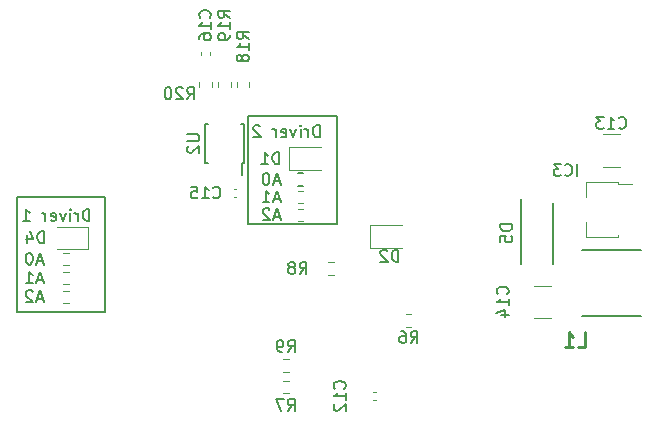
<source format=gbo>
%TF.GenerationSoftware,KiCad,Pcbnew,7.0.8*%
%TF.CreationDate,2023-10-15T14:34:45+03:00*%
%TF.ProjectId,ltp_kikad,6c74705f-6b69-46b6-9164-2e6b69636164,rev?*%
%TF.SameCoordinates,Original*%
%TF.FileFunction,Legend,Bot*%
%TF.FilePolarity,Positive*%
%FSLAX46Y46*%
G04 Gerber Fmt 4.6, Leading zero omitted, Abs format (unit mm)*
G04 Created by KiCad (PCBNEW 7.0.8) date 2023-10-15 14:34:45*
%MOMM*%
%LPD*%
G01*
G04 APERTURE LIST*
%ADD10C,0.150000*%
%ADD11C,0.254000*%
%ADD12C,0.120000*%
%ADD13C,0.127000*%
%ADD14C,0.200000*%
G04 APERTURE END LIST*
D10*
X148787000Y-83900000D02*
X156287000Y-83900000D01*
X156287000Y-93000000D01*
X148787000Y-93000000D01*
X148787000Y-83900000D01*
X129187000Y-90700000D02*
X136662000Y-90700000D01*
X136662000Y-100450000D01*
X129187000Y-100450000D01*
X129187000Y-90700000D01*
X154850220Y-85669819D02*
X154850220Y-84669819D01*
X154850220Y-84669819D02*
X154612125Y-84669819D01*
X154612125Y-84669819D02*
X154469268Y-84717438D01*
X154469268Y-84717438D02*
X154374030Y-84812676D01*
X154374030Y-84812676D02*
X154326411Y-84907914D01*
X154326411Y-84907914D02*
X154278792Y-85098390D01*
X154278792Y-85098390D02*
X154278792Y-85241247D01*
X154278792Y-85241247D02*
X154326411Y-85431723D01*
X154326411Y-85431723D02*
X154374030Y-85526961D01*
X154374030Y-85526961D02*
X154469268Y-85622200D01*
X154469268Y-85622200D02*
X154612125Y-85669819D01*
X154612125Y-85669819D02*
X154850220Y-85669819D01*
X153850220Y-85669819D02*
X153850220Y-85003152D01*
X153850220Y-85193628D02*
X153802601Y-85098390D01*
X153802601Y-85098390D02*
X153754982Y-85050771D01*
X153754982Y-85050771D02*
X153659744Y-85003152D01*
X153659744Y-85003152D02*
X153564506Y-85003152D01*
X153231172Y-85669819D02*
X153231172Y-85003152D01*
X153231172Y-84669819D02*
X153278791Y-84717438D01*
X153278791Y-84717438D02*
X153231172Y-84765057D01*
X153231172Y-84765057D02*
X153183553Y-84717438D01*
X153183553Y-84717438D02*
X153231172Y-84669819D01*
X153231172Y-84669819D02*
X153231172Y-84765057D01*
X152850220Y-85003152D02*
X152612125Y-85669819D01*
X152612125Y-85669819D02*
X152374030Y-85003152D01*
X151612125Y-85622200D02*
X151707363Y-85669819D01*
X151707363Y-85669819D02*
X151897839Y-85669819D01*
X151897839Y-85669819D02*
X151993077Y-85622200D01*
X151993077Y-85622200D02*
X152040696Y-85526961D01*
X152040696Y-85526961D02*
X152040696Y-85146009D01*
X152040696Y-85146009D02*
X151993077Y-85050771D01*
X151993077Y-85050771D02*
X151897839Y-85003152D01*
X151897839Y-85003152D02*
X151707363Y-85003152D01*
X151707363Y-85003152D02*
X151612125Y-85050771D01*
X151612125Y-85050771D02*
X151564506Y-85146009D01*
X151564506Y-85146009D02*
X151564506Y-85241247D01*
X151564506Y-85241247D02*
X152040696Y-85336485D01*
X151135934Y-85669819D02*
X151135934Y-85003152D01*
X151135934Y-85193628D02*
X151088315Y-85098390D01*
X151088315Y-85098390D02*
X151040696Y-85050771D01*
X151040696Y-85050771D02*
X150945458Y-85003152D01*
X150945458Y-85003152D02*
X150850220Y-85003152D01*
X149802600Y-84765057D02*
X149754981Y-84717438D01*
X149754981Y-84717438D02*
X149659743Y-84669819D01*
X149659743Y-84669819D02*
X149421648Y-84669819D01*
X149421648Y-84669819D02*
X149326410Y-84717438D01*
X149326410Y-84717438D02*
X149278791Y-84765057D01*
X149278791Y-84765057D02*
X149231172Y-84860295D01*
X149231172Y-84860295D02*
X149231172Y-84955533D01*
X149231172Y-84955533D02*
X149278791Y-85098390D01*
X149278791Y-85098390D02*
X149850219Y-85669819D01*
X149850219Y-85669819D02*
X149231172Y-85669819D01*
X135350220Y-92769819D02*
X135350220Y-91769819D01*
X135350220Y-91769819D02*
X135112125Y-91769819D01*
X135112125Y-91769819D02*
X134969268Y-91817438D01*
X134969268Y-91817438D02*
X134874030Y-91912676D01*
X134874030Y-91912676D02*
X134826411Y-92007914D01*
X134826411Y-92007914D02*
X134778792Y-92198390D01*
X134778792Y-92198390D02*
X134778792Y-92341247D01*
X134778792Y-92341247D02*
X134826411Y-92531723D01*
X134826411Y-92531723D02*
X134874030Y-92626961D01*
X134874030Y-92626961D02*
X134969268Y-92722200D01*
X134969268Y-92722200D02*
X135112125Y-92769819D01*
X135112125Y-92769819D02*
X135350220Y-92769819D01*
X134350220Y-92769819D02*
X134350220Y-92103152D01*
X134350220Y-92293628D02*
X134302601Y-92198390D01*
X134302601Y-92198390D02*
X134254982Y-92150771D01*
X134254982Y-92150771D02*
X134159744Y-92103152D01*
X134159744Y-92103152D02*
X134064506Y-92103152D01*
X133731172Y-92769819D02*
X133731172Y-92103152D01*
X133731172Y-91769819D02*
X133778791Y-91817438D01*
X133778791Y-91817438D02*
X133731172Y-91865057D01*
X133731172Y-91865057D02*
X133683553Y-91817438D01*
X133683553Y-91817438D02*
X133731172Y-91769819D01*
X133731172Y-91769819D02*
X133731172Y-91865057D01*
X133350220Y-92103152D02*
X133112125Y-92769819D01*
X133112125Y-92769819D02*
X132874030Y-92103152D01*
X132112125Y-92722200D02*
X132207363Y-92769819D01*
X132207363Y-92769819D02*
X132397839Y-92769819D01*
X132397839Y-92769819D02*
X132493077Y-92722200D01*
X132493077Y-92722200D02*
X132540696Y-92626961D01*
X132540696Y-92626961D02*
X132540696Y-92246009D01*
X132540696Y-92246009D02*
X132493077Y-92150771D01*
X132493077Y-92150771D02*
X132397839Y-92103152D01*
X132397839Y-92103152D02*
X132207363Y-92103152D01*
X132207363Y-92103152D02*
X132112125Y-92150771D01*
X132112125Y-92150771D02*
X132064506Y-92246009D01*
X132064506Y-92246009D02*
X132064506Y-92341247D01*
X132064506Y-92341247D02*
X132540696Y-92436485D01*
X131635934Y-92769819D02*
X131635934Y-92103152D01*
X131635934Y-92293628D02*
X131588315Y-92198390D01*
X131588315Y-92198390D02*
X131540696Y-92150771D01*
X131540696Y-92150771D02*
X131445458Y-92103152D01*
X131445458Y-92103152D02*
X131350220Y-92103152D01*
X129731172Y-92769819D02*
X130302600Y-92769819D01*
X130016886Y-92769819D02*
X130016886Y-91769819D01*
X130016886Y-91769819D02*
X130112124Y-91912676D01*
X130112124Y-91912676D02*
X130207362Y-92007914D01*
X130207362Y-92007914D02*
X130302600Y-92055533D01*
X176663189Y-88954819D02*
X176663189Y-87954819D01*
X175615571Y-88859580D02*
X175663190Y-88907200D01*
X175663190Y-88907200D02*
X175806047Y-88954819D01*
X175806047Y-88954819D02*
X175901285Y-88954819D01*
X175901285Y-88954819D02*
X176044142Y-88907200D01*
X176044142Y-88907200D02*
X176139380Y-88811961D01*
X176139380Y-88811961D02*
X176186999Y-88716723D01*
X176186999Y-88716723D02*
X176234618Y-88526247D01*
X176234618Y-88526247D02*
X176234618Y-88383390D01*
X176234618Y-88383390D02*
X176186999Y-88192914D01*
X176186999Y-88192914D02*
X176139380Y-88097676D01*
X176139380Y-88097676D02*
X176044142Y-88002438D01*
X176044142Y-88002438D02*
X175901285Y-87954819D01*
X175901285Y-87954819D02*
X175806047Y-87954819D01*
X175806047Y-87954819D02*
X175663190Y-88002438D01*
X175663190Y-88002438D02*
X175615571Y-88050057D01*
X175282237Y-87954819D02*
X174663190Y-87954819D01*
X174663190Y-87954819D02*
X174996523Y-88335771D01*
X174996523Y-88335771D02*
X174853666Y-88335771D01*
X174853666Y-88335771D02*
X174758428Y-88383390D01*
X174758428Y-88383390D02*
X174710809Y-88431009D01*
X174710809Y-88431009D02*
X174663190Y-88526247D01*
X174663190Y-88526247D02*
X174663190Y-88764342D01*
X174663190Y-88764342D02*
X174710809Y-88859580D01*
X174710809Y-88859580D02*
X174758428Y-88907200D01*
X174758428Y-88907200D02*
X174853666Y-88954819D01*
X174853666Y-88954819D02*
X175139380Y-88954819D01*
X175139380Y-88954819D02*
X175234618Y-88907200D01*
X175234618Y-88907200D02*
X175282237Y-88859580D01*
X151425094Y-87954819D02*
X151425094Y-86954819D01*
X151425094Y-86954819D02*
X151186999Y-86954819D01*
X151186999Y-86954819D02*
X151044142Y-87002438D01*
X151044142Y-87002438D02*
X150948904Y-87097676D01*
X150948904Y-87097676D02*
X150901285Y-87192914D01*
X150901285Y-87192914D02*
X150853666Y-87383390D01*
X150853666Y-87383390D02*
X150853666Y-87526247D01*
X150853666Y-87526247D02*
X150901285Y-87716723D01*
X150901285Y-87716723D02*
X150948904Y-87811961D01*
X150948904Y-87811961D02*
X151044142Y-87907200D01*
X151044142Y-87907200D02*
X151186999Y-87954819D01*
X151186999Y-87954819D02*
X151425094Y-87954819D01*
X149901285Y-87954819D02*
X150472713Y-87954819D01*
X150186999Y-87954819D02*
X150186999Y-86954819D01*
X150186999Y-86954819D02*
X150282237Y-87097676D01*
X150282237Y-87097676D02*
X150377475Y-87192914D01*
X150377475Y-87192914D02*
X150472713Y-87240533D01*
X161525094Y-96204819D02*
X161525094Y-95204819D01*
X161525094Y-95204819D02*
X161286999Y-95204819D01*
X161286999Y-95204819D02*
X161144142Y-95252438D01*
X161144142Y-95252438D02*
X161048904Y-95347676D01*
X161048904Y-95347676D02*
X161001285Y-95442914D01*
X161001285Y-95442914D02*
X160953666Y-95633390D01*
X160953666Y-95633390D02*
X160953666Y-95776247D01*
X160953666Y-95776247D02*
X161001285Y-95966723D01*
X161001285Y-95966723D02*
X161048904Y-96061961D01*
X161048904Y-96061961D02*
X161144142Y-96157200D01*
X161144142Y-96157200D02*
X161286999Y-96204819D01*
X161286999Y-96204819D02*
X161525094Y-96204819D01*
X160572713Y-95300057D02*
X160525094Y-95252438D01*
X160525094Y-95252438D02*
X160429856Y-95204819D01*
X160429856Y-95204819D02*
X160191761Y-95204819D01*
X160191761Y-95204819D02*
X160096523Y-95252438D01*
X160096523Y-95252438D02*
X160048904Y-95300057D01*
X160048904Y-95300057D02*
X160001285Y-95395295D01*
X160001285Y-95395295D02*
X160001285Y-95490533D01*
X160001285Y-95490533D02*
X160048904Y-95633390D01*
X160048904Y-95633390D02*
X160620332Y-96204819D01*
X160620332Y-96204819D02*
X160001285Y-96204819D01*
X143629857Y-82454819D02*
X143963190Y-81978628D01*
X144201285Y-82454819D02*
X144201285Y-81454819D01*
X144201285Y-81454819D02*
X143820333Y-81454819D01*
X143820333Y-81454819D02*
X143725095Y-81502438D01*
X143725095Y-81502438D02*
X143677476Y-81550057D01*
X143677476Y-81550057D02*
X143629857Y-81645295D01*
X143629857Y-81645295D02*
X143629857Y-81788152D01*
X143629857Y-81788152D02*
X143677476Y-81883390D01*
X143677476Y-81883390D02*
X143725095Y-81931009D01*
X143725095Y-81931009D02*
X143820333Y-81978628D01*
X143820333Y-81978628D02*
X144201285Y-81978628D01*
X143248904Y-81550057D02*
X143201285Y-81502438D01*
X143201285Y-81502438D02*
X143106047Y-81454819D01*
X143106047Y-81454819D02*
X142867952Y-81454819D01*
X142867952Y-81454819D02*
X142772714Y-81502438D01*
X142772714Y-81502438D02*
X142725095Y-81550057D01*
X142725095Y-81550057D02*
X142677476Y-81645295D01*
X142677476Y-81645295D02*
X142677476Y-81740533D01*
X142677476Y-81740533D02*
X142725095Y-81883390D01*
X142725095Y-81883390D02*
X143296523Y-82454819D01*
X143296523Y-82454819D02*
X142677476Y-82454819D01*
X142058428Y-81454819D02*
X141963190Y-81454819D01*
X141963190Y-81454819D02*
X141867952Y-81502438D01*
X141867952Y-81502438D02*
X141820333Y-81550057D01*
X141820333Y-81550057D02*
X141772714Y-81645295D01*
X141772714Y-81645295D02*
X141725095Y-81835771D01*
X141725095Y-81835771D02*
X141725095Y-82073866D01*
X141725095Y-82073866D02*
X141772714Y-82264342D01*
X141772714Y-82264342D02*
X141820333Y-82359580D01*
X141820333Y-82359580D02*
X141867952Y-82407200D01*
X141867952Y-82407200D02*
X141963190Y-82454819D01*
X141963190Y-82454819D02*
X142058428Y-82454819D01*
X142058428Y-82454819D02*
X142153666Y-82407200D01*
X142153666Y-82407200D02*
X142201285Y-82359580D01*
X142201285Y-82359580D02*
X142248904Y-82264342D01*
X142248904Y-82264342D02*
X142296523Y-82073866D01*
X142296523Y-82073866D02*
X142296523Y-81835771D01*
X142296523Y-81835771D02*
X142248904Y-81645295D01*
X142248904Y-81645295D02*
X142201285Y-81550057D01*
X142201285Y-81550057D02*
X142153666Y-81502438D01*
X142153666Y-81502438D02*
X142058428Y-81454819D01*
X170746580Y-98957142D02*
X170794200Y-98909523D01*
X170794200Y-98909523D02*
X170841819Y-98766666D01*
X170841819Y-98766666D02*
X170841819Y-98671428D01*
X170841819Y-98671428D02*
X170794200Y-98528571D01*
X170794200Y-98528571D02*
X170698961Y-98433333D01*
X170698961Y-98433333D02*
X170603723Y-98385714D01*
X170603723Y-98385714D02*
X170413247Y-98338095D01*
X170413247Y-98338095D02*
X170270390Y-98338095D01*
X170270390Y-98338095D02*
X170079914Y-98385714D01*
X170079914Y-98385714D02*
X169984676Y-98433333D01*
X169984676Y-98433333D02*
X169889438Y-98528571D01*
X169889438Y-98528571D02*
X169841819Y-98671428D01*
X169841819Y-98671428D02*
X169841819Y-98766666D01*
X169841819Y-98766666D02*
X169889438Y-98909523D01*
X169889438Y-98909523D02*
X169937057Y-98957142D01*
X170841819Y-99909523D02*
X170841819Y-99338095D01*
X170841819Y-99623809D02*
X169841819Y-99623809D01*
X169841819Y-99623809D02*
X169984676Y-99528571D01*
X169984676Y-99528571D02*
X170079914Y-99433333D01*
X170079914Y-99433333D02*
X170127533Y-99338095D01*
X170175152Y-100766666D02*
X170841819Y-100766666D01*
X169794200Y-100528571D02*
X170508485Y-100290476D01*
X170508485Y-100290476D02*
X170508485Y-100909523D01*
X180192357Y-84859580D02*
X180239976Y-84907200D01*
X180239976Y-84907200D02*
X180382833Y-84954819D01*
X180382833Y-84954819D02*
X180478071Y-84954819D01*
X180478071Y-84954819D02*
X180620928Y-84907200D01*
X180620928Y-84907200D02*
X180716166Y-84811961D01*
X180716166Y-84811961D02*
X180763785Y-84716723D01*
X180763785Y-84716723D02*
X180811404Y-84526247D01*
X180811404Y-84526247D02*
X180811404Y-84383390D01*
X180811404Y-84383390D02*
X180763785Y-84192914D01*
X180763785Y-84192914D02*
X180716166Y-84097676D01*
X180716166Y-84097676D02*
X180620928Y-84002438D01*
X180620928Y-84002438D02*
X180478071Y-83954819D01*
X180478071Y-83954819D02*
X180382833Y-83954819D01*
X180382833Y-83954819D02*
X180239976Y-84002438D01*
X180239976Y-84002438D02*
X180192357Y-84050057D01*
X179239976Y-84954819D02*
X179811404Y-84954819D01*
X179525690Y-84954819D02*
X179525690Y-83954819D01*
X179525690Y-83954819D02*
X179620928Y-84097676D01*
X179620928Y-84097676D02*
X179716166Y-84192914D01*
X179716166Y-84192914D02*
X179811404Y-84240533D01*
X178906642Y-83954819D02*
X178287595Y-83954819D01*
X178287595Y-83954819D02*
X178620928Y-84335771D01*
X178620928Y-84335771D02*
X178478071Y-84335771D01*
X178478071Y-84335771D02*
X178382833Y-84383390D01*
X178382833Y-84383390D02*
X178335214Y-84431009D01*
X178335214Y-84431009D02*
X178287595Y-84526247D01*
X178287595Y-84526247D02*
X178287595Y-84764342D01*
X178287595Y-84764342D02*
X178335214Y-84859580D01*
X178335214Y-84859580D02*
X178382833Y-84907200D01*
X178382833Y-84907200D02*
X178478071Y-84954819D01*
X178478071Y-84954819D02*
X178763785Y-84954819D01*
X178763785Y-84954819D02*
X178859023Y-84907200D01*
X178859023Y-84907200D02*
X178906642Y-84859580D01*
X131401285Y-99369104D02*
X130925095Y-99369104D01*
X131496523Y-99654819D02*
X131163190Y-98654819D01*
X131163190Y-98654819D02*
X130829857Y-99654819D01*
X130544142Y-98750057D02*
X130496523Y-98702438D01*
X130496523Y-98702438D02*
X130401285Y-98654819D01*
X130401285Y-98654819D02*
X130163190Y-98654819D01*
X130163190Y-98654819D02*
X130067952Y-98702438D01*
X130067952Y-98702438D02*
X130020333Y-98750057D01*
X130020333Y-98750057D02*
X129972714Y-98845295D01*
X129972714Y-98845295D02*
X129972714Y-98940533D01*
X129972714Y-98940533D02*
X130020333Y-99083390D01*
X130020333Y-99083390D02*
X130591761Y-99654819D01*
X130591761Y-99654819D02*
X129972714Y-99654819D01*
D11*
X176698666Y-103474318D02*
X177303428Y-103474318D01*
X177303428Y-103474318D02*
X177303428Y-102204318D01*
X175610094Y-103474318D02*
X176335809Y-103474318D01*
X175972952Y-103474318D02*
X175972952Y-102204318D01*
X175972952Y-102204318D02*
X176093904Y-102385746D01*
X176093904Y-102385746D02*
X176214856Y-102506699D01*
X176214856Y-102506699D02*
X176335809Y-102567175D01*
D10*
X151451285Y-92419104D02*
X150975095Y-92419104D01*
X151546523Y-92704819D02*
X151213190Y-91704819D01*
X151213190Y-91704819D02*
X150879857Y-92704819D01*
X150594142Y-91800057D02*
X150546523Y-91752438D01*
X150546523Y-91752438D02*
X150451285Y-91704819D01*
X150451285Y-91704819D02*
X150213190Y-91704819D01*
X150213190Y-91704819D02*
X150117952Y-91752438D01*
X150117952Y-91752438D02*
X150070333Y-91800057D01*
X150070333Y-91800057D02*
X150022714Y-91895295D01*
X150022714Y-91895295D02*
X150022714Y-91990533D01*
X150022714Y-91990533D02*
X150070333Y-92133390D01*
X150070333Y-92133390D02*
X150641761Y-92704819D01*
X150641761Y-92704819D02*
X150022714Y-92704819D01*
X147241819Y-75557142D02*
X146765628Y-75223809D01*
X147241819Y-74985714D02*
X146241819Y-74985714D01*
X146241819Y-74985714D02*
X146241819Y-75366666D01*
X146241819Y-75366666D02*
X146289438Y-75461904D01*
X146289438Y-75461904D02*
X146337057Y-75509523D01*
X146337057Y-75509523D02*
X146432295Y-75557142D01*
X146432295Y-75557142D02*
X146575152Y-75557142D01*
X146575152Y-75557142D02*
X146670390Y-75509523D01*
X146670390Y-75509523D02*
X146718009Y-75461904D01*
X146718009Y-75461904D02*
X146765628Y-75366666D01*
X146765628Y-75366666D02*
X146765628Y-74985714D01*
X147241819Y-76509523D02*
X147241819Y-75938095D01*
X147241819Y-76223809D02*
X146241819Y-76223809D01*
X146241819Y-76223809D02*
X146384676Y-76128571D01*
X146384676Y-76128571D02*
X146479914Y-76033333D01*
X146479914Y-76033333D02*
X146527533Y-75938095D01*
X147241819Y-76985714D02*
X147241819Y-77176190D01*
X147241819Y-77176190D02*
X147194200Y-77271428D01*
X147194200Y-77271428D02*
X147146580Y-77319047D01*
X147146580Y-77319047D02*
X147003723Y-77414285D01*
X147003723Y-77414285D02*
X146813247Y-77461904D01*
X146813247Y-77461904D02*
X146432295Y-77461904D01*
X146432295Y-77461904D02*
X146337057Y-77414285D01*
X146337057Y-77414285D02*
X146289438Y-77366666D01*
X146289438Y-77366666D02*
X146241819Y-77271428D01*
X146241819Y-77271428D02*
X146241819Y-77080952D01*
X146241819Y-77080952D02*
X146289438Y-76985714D01*
X146289438Y-76985714D02*
X146337057Y-76938095D01*
X146337057Y-76938095D02*
X146432295Y-76890476D01*
X146432295Y-76890476D02*
X146670390Y-76890476D01*
X146670390Y-76890476D02*
X146765628Y-76938095D01*
X146765628Y-76938095D02*
X146813247Y-76985714D01*
X146813247Y-76985714D02*
X146860866Y-77080952D01*
X146860866Y-77080952D02*
X146860866Y-77271428D01*
X146860866Y-77271428D02*
X146813247Y-77366666D01*
X146813247Y-77366666D02*
X146765628Y-77414285D01*
X146765628Y-77414285D02*
X146670390Y-77461904D01*
X131401285Y-97769104D02*
X130925095Y-97769104D01*
X131496523Y-98054819D02*
X131163190Y-97054819D01*
X131163190Y-97054819D02*
X130829857Y-98054819D01*
X129972714Y-98054819D02*
X130544142Y-98054819D01*
X130258428Y-98054819D02*
X130258428Y-97054819D01*
X130258428Y-97054819D02*
X130353666Y-97197676D01*
X130353666Y-97197676D02*
X130448904Y-97292914D01*
X130448904Y-97292914D02*
X130544142Y-97340533D01*
X145546580Y-75557142D02*
X145594200Y-75509523D01*
X145594200Y-75509523D02*
X145641819Y-75366666D01*
X145641819Y-75366666D02*
X145641819Y-75271428D01*
X145641819Y-75271428D02*
X145594200Y-75128571D01*
X145594200Y-75128571D02*
X145498961Y-75033333D01*
X145498961Y-75033333D02*
X145403723Y-74985714D01*
X145403723Y-74985714D02*
X145213247Y-74938095D01*
X145213247Y-74938095D02*
X145070390Y-74938095D01*
X145070390Y-74938095D02*
X144879914Y-74985714D01*
X144879914Y-74985714D02*
X144784676Y-75033333D01*
X144784676Y-75033333D02*
X144689438Y-75128571D01*
X144689438Y-75128571D02*
X144641819Y-75271428D01*
X144641819Y-75271428D02*
X144641819Y-75366666D01*
X144641819Y-75366666D02*
X144689438Y-75509523D01*
X144689438Y-75509523D02*
X144737057Y-75557142D01*
X145641819Y-76509523D02*
X145641819Y-75938095D01*
X145641819Y-76223809D02*
X144641819Y-76223809D01*
X144641819Y-76223809D02*
X144784676Y-76128571D01*
X144784676Y-76128571D02*
X144879914Y-76033333D01*
X144879914Y-76033333D02*
X144927533Y-75938095D01*
X144641819Y-77366666D02*
X144641819Y-77176190D01*
X144641819Y-77176190D02*
X144689438Y-77080952D01*
X144689438Y-77080952D02*
X144737057Y-77033333D01*
X144737057Y-77033333D02*
X144879914Y-76938095D01*
X144879914Y-76938095D02*
X145070390Y-76890476D01*
X145070390Y-76890476D02*
X145451342Y-76890476D01*
X145451342Y-76890476D02*
X145546580Y-76938095D01*
X145546580Y-76938095D02*
X145594200Y-76985714D01*
X145594200Y-76985714D02*
X145641819Y-77080952D01*
X145641819Y-77080952D02*
X145641819Y-77271428D01*
X145641819Y-77271428D02*
X145594200Y-77366666D01*
X145594200Y-77366666D02*
X145546580Y-77414285D01*
X145546580Y-77414285D02*
X145451342Y-77461904D01*
X145451342Y-77461904D02*
X145213247Y-77461904D01*
X145213247Y-77461904D02*
X145118009Y-77414285D01*
X145118009Y-77414285D02*
X145070390Y-77366666D01*
X145070390Y-77366666D02*
X145022771Y-77271428D01*
X145022771Y-77271428D02*
X145022771Y-77080952D01*
X145022771Y-77080952D02*
X145070390Y-76985714D01*
X145070390Y-76985714D02*
X145118009Y-76938095D01*
X145118009Y-76938095D02*
X145213247Y-76890476D01*
X145829857Y-90759580D02*
X145877476Y-90807200D01*
X145877476Y-90807200D02*
X146020333Y-90854819D01*
X146020333Y-90854819D02*
X146115571Y-90854819D01*
X146115571Y-90854819D02*
X146258428Y-90807200D01*
X146258428Y-90807200D02*
X146353666Y-90711961D01*
X146353666Y-90711961D02*
X146401285Y-90616723D01*
X146401285Y-90616723D02*
X146448904Y-90426247D01*
X146448904Y-90426247D02*
X146448904Y-90283390D01*
X146448904Y-90283390D02*
X146401285Y-90092914D01*
X146401285Y-90092914D02*
X146353666Y-89997676D01*
X146353666Y-89997676D02*
X146258428Y-89902438D01*
X146258428Y-89902438D02*
X146115571Y-89854819D01*
X146115571Y-89854819D02*
X146020333Y-89854819D01*
X146020333Y-89854819D02*
X145877476Y-89902438D01*
X145877476Y-89902438D02*
X145829857Y-89950057D01*
X144877476Y-90854819D02*
X145448904Y-90854819D01*
X145163190Y-90854819D02*
X145163190Y-89854819D01*
X145163190Y-89854819D02*
X145258428Y-89997676D01*
X145258428Y-89997676D02*
X145353666Y-90092914D01*
X145353666Y-90092914D02*
X145448904Y-90140533D01*
X143972714Y-89854819D02*
X144448904Y-89854819D01*
X144448904Y-89854819D02*
X144496523Y-90331009D01*
X144496523Y-90331009D02*
X144448904Y-90283390D01*
X144448904Y-90283390D02*
X144353666Y-90235771D01*
X144353666Y-90235771D02*
X144115571Y-90235771D01*
X144115571Y-90235771D02*
X144020333Y-90283390D01*
X144020333Y-90283390D02*
X143972714Y-90331009D01*
X143972714Y-90331009D02*
X143925095Y-90426247D01*
X143925095Y-90426247D02*
X143925095Y-90664342D01*
X143925095Y-90664342D02*
X143972714Y-90759580D01*
X143972714Y-90759580D02*
X144020333Y-90807200D01*
X144020333Y-90807200D02*
X144115571Y-90854819D01*
X144115571Y-90854819D02*
X144353666Y-90854819D01*
X144353666Y-90854819D02*
X144448904Y-90807200D01*
X144448904Y-90807200D02*
X144496523Y-90759580D01*
X143641819Y-85438095D02*
X144451342Y-85438095D01*
X144451342Y-85438095D02*
X144546580Y-85485714D01*
X144546580Y-85485714D02*
X144594200Y-85533333D01*
X144594200Y-85533333D02*
X144641819Y-85628571D01*
X144641819Y-85628571D02*
X144641819Y-85819047D01*
X144641819Y-85819047D02*
X144594200Y-85914285D01*
X144594200Y-85914285D02*
X144546580Y-85961904D01*
X144546580Y-85961904D02*
X144451342Y-86009523D01*
X144451342Y-86009523D02*
X143641819Y-86009523D01*
X143737057Y-86438095D02*
X143689438Y-86485714D01*
X143689438Y-86485714D02*
X143641819Y-86580952D01*
X143641819Y-86580952D02*
X143641819Y-86819047D01*
X143641819Y-86819047D02*
X143689438Y-86914285D01*
X143689438Y-86914285D02*
X143737057Y-86961904D01*
X143737057Y-86961904D02*
X143832295Y-87009523D01*
X143832295Y-87009523D02*
X143927533Y-87009523D01*
X143927533Y-87009523D02*
X144070390Y-86961904D01*
X144070390Y-86961904D02*
X144641819Y-86390476D01*
X144641819Y-86390476D02*
X144641819Y-87009523D01*
X152153666Y-103854819D02*
X152486999Y-103378628D01*
X152725094Y-103854819D02*
X152725094Y-102854819D01*
X152725094Y-102854819D02*
X152344142Y-102854819D01*
X152344142Y-102854819D02*
X152248904Y-102902438D01*
X152248904Y-102902438D02*
X152201285Y-102950057D01*
X152201285Y-102950057D02*
X152153666Y-103045295D01*
X152153666Y-103045295D02*
X152153666Y-103188152D01*
X152153666Y-103188152D02*
X152201285Y-103283390D01*
X152201285Y-103283390D02*
X152248904Y-103331009D01*
X152248904Y-103331009D02*
X152344142Y-103378628D01*
X152344142Y-103378628D02*
X152725094Y-103378628D01*
X151677475Y-103854819D02*
X151486999Y-103854819D01*
X151486999Y-103854819D02*
X151391761Y-103807200D01*
X151391761Y-103807200D02*
X151344142Y-103759580D01*
X151344142Y-103759580D02*
X151248904Y-103616723D01*
X151248904Y-103616723D02*
X151201285Y-103426247D01*
X151201285Y-103426247D02*
X151201285Y-103045295D01*
X151201285Y-103045295D02*
X151248904Y-102950057D01*
X151248904Y-102950057D02*
X151296523Y-102902438D01*
X151296523Y-102902438D02*
X151391761Y-102854819D01*
X151391761Y-102854819D02*
X151582237Y-102854819D01*
X151582237Y-102854819D02*
X151677475Y-102902438D01*
X151677475Y-102902438D02*
X151725094Y-102950057D01*
X151725094Y-102950057D02*
X151772713Y-103045295D01*
X151772713Y-103045295D02*
X151772713Y-103283390D01*
X151772713Y-103283390D02*
X151725094Y-103378628D01*
X151725094Y-103378628D02*
X151677475Y-103426247D01*
X151677475Y-103426247D02*
X151582237Y-103473866D01*
X151582237Y-103473866D02*
X151391761Y-103473866D01*
X151391761Y-103473866D02*
X151296523Y-103426247D01*
X151296523Y-103426247D02*
X151248904Y-103378628D01*
X151248904Y-103378628D02*
X151201285Y-103283390D01*
X148841819Y-77357142D02*
X148365628Y-77023809D01*
X148841819Y-76785714D02*
X147841819Y-76785714D01*
X147841819Y-76785714D02*
X147841819Y-77166666D01*
X147841819Y-77166666D02*
X147889438Y-77261904D01*
X147889438Y-77261904D02*
X147937057Y-77309523D01*
X147937057Y-77309523D02*
X148032295Y-77357142D01*
X148032295Y-77357142D02*
X148175152Y-77357142D01*
X148175152Y-77357142D02*
X148270390Y-77309523D01*
X148270390Y-77309523D02*
X148318009Y-77261904D01*
X148318009Y-77261904D02*
X148365628Y-77166666D01*
X148365628Y-77166666D02*
X148365628Y-76785714D01*
X148841819Y-78309523D02*
X148841819Y-77738095D01*
X148841819Y-78023809D02*
X147841819Y-78023809D01*
X147841819Y-78023809D02*
X147984676Y-77928571D01*
X147984676Y-77928571D02*
X148079914Y-77833333D01*
X148079914Y-77833333D02*
X148127533Y-77738095D01*
X148270390Y-78880952D02*
X148222771Y-78785714D01*
X148222771Y-78785714D02*
X148175152Y-78738095D01*
X148175152Y-78738095D02*
X148079914Y-78690476D01*
X148079914Y-78690476D02*
X148032295Y-78690476D01*
X148032295Y-78690476D02*
X147937057Y-78738095D01*
X147937057Y-78738095D02*
X147889438Y-78785714D01*
X147889438Y-78785714D02*
X147841819Y-78880952D01*
X147841819Y-78880952D02*
X147841819Y-79071428D01*
X147841819Y-79071428D02*
X147889438Y-79166666D01*
X147889438Y-79166666D02*
X147937057Y-79214285D01*
X147937057Y-79214285D02*
X148032295Y-79261904D01*
X148032295Y-79261904D02*
X148079914Y-79261904D01*
X148079914Y-79261904D02*
X148175152Y-79214285D01*
X148175152Y-79214285D02*
X148222771Y-79166666D01*
X148222771Y-79166666D02*
X148270390Y-79071428D01*
X148270390Y-79071428D02*
X148270390Y-78880952D01*
X148270390Y-78880952D02*
X148318009Y-78785714D01*
X148318009Y-78785714D02*
X148365628Y-78738095D01*
X148365628Y-78738095D02*
X148460866Y-78690476D01*
X148460866Y-78690476D02*
X148651342Y-78690476D01*
X148651342Y-78690476D02*
X148746580Y-78738095D01*
X148746580Y-78738095D02*
X148794200Y-78785714D01*
X148794200Y-78785714D02*
X148841819Y-78880952D01*
X148841819Y-78880952D02*
X148841819Y-79071428D01*
X148841819Y-79071428D02*
X148794200Y-79166666D01*
X148794200Y-79166666D02*
X148746580Y-79214285D01*
X148746580Y-79214285D02*
X148651342Y-79261904D01*
X148651342Y-79261904D02*
X148460866Y-79261904D01*
X148460866Y-79261904D02*
X148365628Y-79214285D01*
X148365628Y-79214285D02*
X148318009Y-79166666D01*
X148318009Y-79166666D02*
X148270390Y-79071428D01*
X131401285Y-96169104D02*
X130925095Y-96169104D01*
X131496523Y-96454819D02*
X131163190Y-95454819D01*
X131163190Y-95454819D02*
X130829857Y-96454819D01*
X130306047Y-95454819D02*
X130210809Y-95454819D01*
X130210809Y-95454819D02*
X130115571Y-95502438D01*
X130115571Y-95502438D02*
X130067952Y-95550057D01*
X130067952Y-95550057D02*
X130020333Y-95645295D01*
X130020333Y-95645295D02*
X129972714Y-95835771D01*
X129972714Y-95835771D02*
X129972714Y-96073866D01*
X129972714Y-96073866D02*
X130020333Y-96264342D01*
X130020333Y-96264342D02*
X130067952Y-96359580D01*
X130067952Y-96359580D02*
X130115571Y-96407200D01*
X130115571Y-96407200D02*
X130210809Y-96454819D01*
X130210809Y-96454819D02*
X130306047Y-96454819D01*
X130306047Y-96454819D02*
X130401285Y-96407200D01*
X130401285Y-96407200D02*
X130448904Y-96359580D01*
X130448904Y-96359580D02*
X130496523Y-96264342D01*
X130496523Y-96264342D02*
X130544142Y-96073866D01*
X130544142Y-96073866D02*
X130544142Y-95835771D01*
X130544142Y-95835771D02*
X130496523Y-95645295D01*
X130496523Y-95645295D02*
X130448904Y-95550057D01*
X130448904Y-95550057D02*
X130401285Y-95502438D01*
X130401285Y-95502438D02*
X130306047Y-95454819D01*
X171141819Y-93061905D02*
X170141819Y-93061905D01*
X170141819Y-93061905D02*
X170141819Y-93300000D01*
X170141819Y-93300000D02*
X170189438Y-93442857D01*
X170189438Y-93442857D02*
X170284676Y-93538095D01*
X170284676Y-93538095D02*
X170379914Y-93585714D01*
X170379914Y-93585714D02*
X170570390Y-93633333D01*
X170570390Y-93633333D02*
X170713247Y-93633333D01*
X170713247Y-93633333D02*
X170903723Y-93585714D01*
X170903723Y-93585714D02*
X170998961Y-93538095D01*
X170998961Y-93538095D02*
X171094200Y-93442857D01*
X171094200Y-93442857D02*
X171141819Y-93300000D01*
X171141819Y-93300000D02*
X171141819Y-93061905D01*
X170141819Y-94538095D02*
X170141819Y-94061905D01*
X170141819Y-94061905D02*
X170618009Y-94014286D01*
X170618009Y-94014286D02*
X170570390Y-94061905D01*
X170570390Y-94061905D02*
X170522771Y-94157143D01*
X170522771Y-94157143D02*
X170522771Y-94395238D01*
X170522771Y-94395238D02*
X170570390Y-94490476D01*
X170570390Y-94490476D02*
X170618009Y-94538095D01*
X170618009Y-94538095D02*
X170713247Y-94585714D01*
X170713247Y-94585714D02*
X170951342Y-94585714D01*
X170951342Y-94585714D02*
X171046580Y-94538095D01*
X171046580Y-94538095D02*
X171094200Y-94490476D01*
X171094200Y-94490476D02*
X171141819Y-94395238D01*
X171141819Y-94395238D02*
X171141819Y-94157143D01*
X171141819Y-94157143D02*
X171094200Y-94061905D01*
X171094200Y-94061905D02*
X171046580Y-94014286D01*
X151451285Y-90919104D02*
X150975095Y-90919104D01*
X151546523Y-91204819D02*
X151213190Y-90204819D01*
X151213190Y-90204819D02*
X150879857Y-91204819D01*
X150022714Y-91204819D02*
X150594142Y-91204819D01*
X150308428Y-91204819D02*
X150308428Y-90204819D01*
X150308428Y-90204819D02*
X150403666Y-90347676D01*
X150403666Y-90347676D02*
X150498904Y-90442914D01*
X150498904Y-90442914D02*
X150594142Y-90490533D01*
X152153666Y-108834819D02*
X152486999Y-108358628D01*
X152725094Y-108834819D02*
X152725094Y-107834819D01*
X152725094Y-107834819D02*
X152344142Y-107834819D01*
X152344142Y-107834819D02*
X152248904Y-107882438D01*
X152248904Y-107882438D02*
X152201285Y-107930057D01*
X152201285Y-107930057D02*
X152153666Y-108025295D01*
X152153666Y-108025295D02*
X152153666Y-108168152D01*
X152153666Y-108168152D02*
X152201285Y-108263390D01*
X152201285Y-108263390D02*
X152248904Y-108311009D01*
X152248904Y-108311009D02*
X152344142Y-108358628D01*
X152344142Y-108358628D02*
X152725094Y-108358628D01*
X151820332Y-107834819D02*
X151153666Y-107834819D01*
X151153666Y-107834819D02*
X151582237Y-108834819D01*
X156946580Y-106957142D02*
X156994200Y-106909523D01*
X156994200Y-106909523D02*
X157041819Y-106766666D01*
X157041819Y-106766666D02*
X157041819Y-106671428D01*
X157041819Y-106671428D02*
X156994200Y-106528571D01*
X156994200Y-106528571D02*
X156898961Y-106433333D01*
X156898961Y-106433333D02*
X156803723Y-106385714D01*
X156803723Y-106385714D02*
X156613247Y-106338095D01*
X156613247Y-106338095D02*
X156470390Y-106338095D01*
X156470390Y-106338095D02*
X156279914Y-106385714D01*
X156279914Y-106385714D02*
X156184676Y-106433333D01*
X156184676Y-106433333D02*
X156089438Y-106528571D01*
X156089438Y-106528571D02*
X156041819Y-106671428D01*
X156041819Y-106671428D02*
X156041819Y-106766666D01*
X156041819Y-106766666D02*
X156089438Y-106909523D01*
X156089438Y-106909523D02*
X156137057Y-106957142D01*
X157041819Y-107909523D02*
X157041819Y-107338095D01*
X157041819Y-107623809D02*
X156041819Y-107623809D01*
X156041819Y-107623809D02*
X156184676Y-107528571D01*
X156184676Y-107528571D02*
X156279914Y-107433333D01*
X156279914Y-107433333D02*
X156327533Y-107338095D01*
X156137057Y-108290476D02*
X156089438Y-108338095D01*
X156089438Y-108338095D02*
X156041819Y-108433333D01*
X156041819Y-108433333D02*
X156041819Y-108671428D01*
X156041819Y-108671428D02*
X156089438Y-108766666D01*
X156089438Y-108766666D02*
X156137057Y-108814285D01*
X156137057Y-108814285D02*
X156232295Y-108861904D01*
X156232295Y-108861904D02*
X156327533Y-108861904D01*
X156327533Y-108861904D02*
X156470390Y-108814285D01*
X156470390Y-108814285D02*
X157041819Y-108242857D01*
X157041819Y-108242857D02*
X157041819Y-108861904D01*
X151451285Y-89419104D02*
X150975095Y-89419104D01*
X151546523Y-89704819D02*
X151213190Y-88704819D01*
X151213190Y-88704819D02*
X150879857Y-89704819D01*
X150356047Y-88704819D02*
X150260809Y-88704819D01*
X150260809Y-88704819D02*
X150165571Y-88752438D01*
X150165571Y-88752438D02*
X150117952Y-88800057D01*
X150117952Y-88800057D02*
X150070333Y-88895295D01*
X150070333Y-88895295D02*
X150022714Y-89085771D01*
X150022714Y-89085771D02*
X150022714Y-89323866D01*
X150022714Y-89323866D02*
X150070333Y-89514342D01*
X150070333Y-89514342D02*
X150117952Y-89609580D01*
X150117952Y-89609580D02*
X150165571Y-89657200D01*
X150165571Y-89657200D02*
X150260809Y-89704819D01*
X150260809Y-89704819D02*
X150356047Y-89704819D01*
X150356047Y-89704819D02*
X150451285Y-89657200D01*
X150451285Y-89657200D02*
X150498904Y-89609580D01*
X150498904Y-89609580D02*
X150546523Y-89514342D01*
X150546523Y-89514342D02*
X150594142Y-89323866D01*
X150594142Y-89323866D02*
X150594142Y-89085771D01*
X150594142Y-89085771D02*
X150546523Y-88895295D01*
X150546523Y-88895295D02*
X150498904Y-88800057D01*
X150498904Y-88800057D02*
X150451285Y-88752438D01*
X150451285Y-88752438D02*
X150356047Y-88704819D01*
X153153666Y-97254819D02*
X153486999Y-96778628D01*
X153725094Y-97254819D02*
X153725094Y-96254819D01*
X153725094Y-96254819D02*
X153344142Y-96254819D01*
X153344142Y-96254819D02*
X153248904Y-96302438D01*
X153248904Y-96302438D02*
X153201285Y-96350057D01*
X153201285Y-96350057D02*
X153153666Y-96445295D01*
X153153666Y-96445295D02*
X153153666Y-96588152D01*
X153153666Y-96588152D02*
X153201285Y-96683390D01*
X153201285Y-96683390D02*
X153248904Y-96731009D01*
X153248904Y-96731009D02*
X153344142Y-96778628D01*
X153344142Y-96778628D02*
X153725094Y-96778628D01*
X152582237Y-96683390D02*
X152677475Y-96635771D01*
X152677475Y-96635771D02*
X152725094Y-96588152D01*
X152725094Y-96588152D02*
X152772713Y-96492914D01*
X152772713Y-96492914D02*
X152772713Y-96445295D01*
X152772713Y-96445295D02*
X152725094Y-96350057D01*
X152725094Y-96350057D02*
X152677475Y-96302438D01*
X152677475Y-96302438D02*
X152582237Y-96254819D01*
X152582237Y-96254819D02*
X152391761Y-96254819D01*
X152391761Y-96254819D02*
X152296523Y-96302438D01*
X152296523Y-96302438D02*
X152248904Y-96350057D01*
X152248904Y-96350057D02*
X152201285Y-96445295D01*
X152201285Y-96445295D02*
X152201285Y-96492914D01*
X152201285Y-96492914D02*
X152248904Y-96588152D01*
X152248904Y-96588152D02*
X152296523Y-96635771D01*
X152296523Y-96635771D02*
X152391761Y-96683390D01*
X152391761Y-96683390D02*
X152582237Y-96683390D01*
X152582237Y-96683390D02*
X152677475Y-96731009D01*
X152677475Y-96731009D02*
X152725094Y-96778628D01*
X152725094Y-96778628D02*
X152772713Y-96873866D01*
X152772713Y-96873866D02*
X152772713Y-97064342D01*
X152772713Y-97064342D02*
X152725094Y-97159580D01*
X152725094Y-97159580D02*
X152677475Y-97207200D01*
X152677475Y-97207200D02*
X152582237Y-97254819D01*
X152582237Y-97254819D02*
X152391761Y-97254819D01*
X152391761Y-97254819D02*
X152296523Y-97207200D01*
X152296523Y-97207200D02*
X152248904Y-97159580D01*
X152248904Y-97159580D02*
X152201285Y-97064342D01*
X152201285Y-97064342D02*
X152201285Y-96873866D01*
X152201285Y-96873866D02*
X152248904Y-96778628D01*
X152248904Y-96778628D02*
X152296523Y-96731009D01*
X152296523Y-96731009D02*
X152391761Y-96683390D01*
X131525094Y-94654819D02*
X131525094Y-93654819D01*
X131525094Y-93654819D02*
X131286999Y-93654819D01*
X131286999Y-93654819D02*
X131144142Y-93702438D01*
X131144142Y-93702438D02*
X131048904Y-93797676D01*
X131048904Y-93797676D02*
X131001285Y-93892914D01*
X131001285Y-93892914D02*
X130953666Y-94083390D01*
X130953666Y-94083390D02*
X130953666Y-94226247D01*
X130953666Y-94226247D02*
X131001285Y-94416723D01*
X131001285Y-94416723D02*
X131048904Y-94511961D01*
X131048904Y-94511961D02*
X131144142Y-94607200D01*
X131144142Y-94607200D02*
X131286999Y-94654819D01*
X131286999Y-94654819D02*
X131525094Y-94654819D01*
X130096523Y-93988152D02*
X130096523Y-94654819D01*
X130334618Y-93607200D02*
X130572713Y-94321485D01*
X130572713Y-94321485D02*
X129953666Y-94321485D01*
X162553666Y-103084819D02*
X162886999Y-102608628D01*
X163125094Y-103084819D02*
X163125094Y-102084819D01*
X163125094Y-102084819D02*
X162744142Y-102084819D01*
X162744142Y-102084819D02*
X162648904Y-102132438D01*
X162648904Y-102132438D02*
X162601285Y-102180057D01*
X162601285Y-102180057D02*
X162553666Y-102275295D01*
X162553666Y-102275295D02*
X162553666Y-102418152D01*
X162553666Y-102418152D02*
X162601285Y-102513390D01*
X162601285Y-102513390D02*
X162648904Y-102561009D01*
X162648904Y-102561009D02*
X162744142Y-102608628D01*
X162744142Y-102608628D02*
X163125094Y-102608628D01*
X161696523Y-102084819D02*
X161886999Y-102084819D01*
X161886999Y-102084819D02*
X161982237Y-102132438D01*
X161982237Y-102132438D02*
X162029856Y-102180057D01*
X162029856Y-102180057D02*
X162125094Y-102322914D01*
X162125094Y-102322914D02*
X162172713Y-102513390D01*
X162172713Y-102513390D02*
X162172713Y-102894342D01*
X162172713Y-102894342D02*
X162125094Y-102989580D01*
X162125094Y-102989580D02*
X162077475Y-103037200D01*
X162077475Y-103037200D02*
X161982237Y-103084819D01*
X161982237Y-103084819D02*
X161791761Y-103084819D01*
X161791761Y-103084819D02*
X161696523Y-103037200D01*
X161696523Y-103037200D02*
X161648904Y-102989580D01*
X161648904Y-102989580D02*
X161601285Y-102894342D01*
X161601285Y-102894342D02*
X161601285Y-102656247D01*
X161601285Y-102656247D02*
X161648904Y-102561009D01*
X161648904Y-102561009D02*
X161696523Y-102513390D01*
X161696523Y-102513390D02*
X161791761Y-102465771D01*
X161791761Y-102465771D02*
X161982237Y-102465771D01*
X161982237Y-102465771D02*
X162077475Y-102513390D01*
X162077475Y-102513390D02*
X162125094Y-102561009D01*
X162125094Y-102561009D02*
X162172713Y-102656247D01*
D12*
%TO.C,IC3*%
X181287000Y-89670000D02*
X180147000Y-89670000D01*
X180147000Y-94160000D02*
X180147000Y-93930000D01*
X180147000Y-89440000D02*
X180147000Y-89670000D01*
X180147000Y-89440000D02*
X177427000Y-89440000D01*
X177427000Y-94160000D02*
X180147000Y-94160000D01*
X177427000Y-92850000D02*
X177427000Y-94160000D01*
X177427000Y-89440000D02*
X177427000Y-90750000D01*
%TO.C,D1*%
X152239500Y-86540000D02*
X154924500Y-86540000D01*
X152239500Y-88460000D02*
X152239500Y-86540000D01*
X154924500Y-88460000D02*
X152239500Y-88460000D01*
%TO.C,D2*%
X159102000Y-93140000D02*
X161787000Y-93140000D01*
X159102000Y-95060000D02*
X159102000Y-93140000D01*
X161787000Y-95060000D02*
X159102000Y-95060000D01*
%TO.C,R20*%
X144664500Y-81437258D02*
X144664500Y-80962742D01*
X145709500Y-81437258D02*
X145709500Y-80962742D01*
%TO.C,C14*%
X173013248Y-98240000D02*
X174435752Y-98240000D01*
X173013248Y-100960000D02*
X174435752Y-100960000D01*
%TO.C,C13*%
X180260752Y-88160000D02*
X178838248Y-88160000D01*
X180260752Y-85440000D02*
X178838248Y-85440000D01*
%TO.C,R13*%
X133149742Y-98677500D02*
X133624258Y-98677500D01*
X133149742Y-99722500D02*
X133624258Y-99722500D01*
D13*
%TO.C,L1*%
X177097800Y-100800400D02*
X182076200Y-100800400D01*
X182076200Y-95199600D02*
X177097800Y-95199600D01*
D12*
%TO.C,R12*%
X152999742Y-91727500D02*
X153474258Y-91727500D01*
X152999742Y-92772500D02*
X153474258Y-92772500D01*
%TO.C,R19*%
X146264500Y-81437258D02*
X146264500Y-80962742D01*
X147309500Y-81437258D02*
X147309500Y-80962742D01*
%TO.C,R14*%
X133149742Y-97077500D02*
X133624258Y-97077500D01*
X133149742Y-98122500D02*
X133624258Y-98122500D01*
%TO.C,C16*%
X144827000Y-78707836D02*
X144827000Y-78492164D01*
X145547000Y-78707836D02*
X145547000Y-78492164D01*
%TO.C,C15*%
X147559164Y-90040000D02*
X147774836Y-90040000D01*
X147559164Y-90760000D02*
X147774836Y-90760000D01*
D10*
%TO.C,U2*%
X145162000Y-87825000D02*
X145387000Y-87825000D01*
X145162000Y-87825000D02*
X145162000Y-84575000D01*
X148287000Y-87825000D02*
X148287000Y-88900000D01*
X148412000Y-87825000D02*
X148287000Y-87825000D01*
X148412000Y-87825000D02*
X148412000Y-84575000D01*
X145162000Y-84575000D02*
X145387000Y-84575000D01*
X148412000Y-84575000D02*
X148187000Y-84575000D01*
D12*
%TO.C,R9*%
X151742742Y-104477500D02*
X152217258Y-104477500D01*
X151742742Y-105522500D02*
X152217258Y-105522500D01*
%TO.C,R18*%
X148909500Y-80962742D02*
X148909500Y-81437258D01*
X147864500Y-80962742D02*
X147864500Y-81437258D01*
%TO.C,R15*%
X133149742Y-95477500D02*
X133624258Y-95477500D01*
X133149742Y-96522500D02*
X133624258Y-96522500D01*
D14*
%TO.C,D5*%
X174639000Y-91230000D02*
X174639000Y-96370000D01*
X171935000Y-96370000D02*
X171935000Y-90925000D01*
D12*
%TO.C,R11*%
X152999742Y-90227500D02*
X153474258Y-90227500D01*
X152999742Y-91272500D02*
X153474258Y-91272500D01*
%TO.C,R7*%
X151749742Y-106277500D02*
X152224258Y-106277500D01*
X151749742Y-107322500D02*
X152224258Y-107322500D01*
%TO.C,C12*%
X159399164Y-107240000D02*
X159614836Y-107240000D01*
X159399164Y-107960000D02*
X159614836Y-107960000D01*
D10*
%TO.C,R2*%
X152999742Y-88727500D02*
X153474258Y-88727500D01*
X152999742Y-89772500D02*
X153474258Y-89772500D01*
D12*
%TO.C,R8*%
X155549742Y-96277500D02*
X156024258Y-96277500D01*
X155549742Y-97322500D02*
X156024258Y-97322500D01*
%TO.C,D4*%
X135272000Y-95160000D02*
X132587000Y-95160000D01*
X135272000Y-93240000D02*
X135272000Y-95160000D01*
X132587000Y-93240000D02*
X135272000Y-93240000D01*
%TO.C,R6*%
X162149742Y-100677500D02*
X162624258Y-100677500D01*
X162149742Y-101722500D02*
X162624258Y-101722500D01*
%TD*%
M02*

</source>
